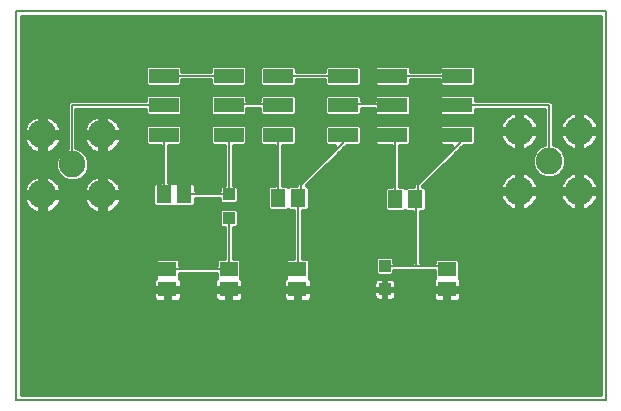
<source format=gtl>
G75*
%MOIN*%
%OFA0B0*%
%FSLAX24Y24*%
%IPPOS*%
%LPD*%
%AMOC8*
5,1,8,0,0,1.08239X$1,22.5*
%
%ADD10C,0.0050*%
%ADD11R,0.0591X0.0512*%
%ADD12R,0.0394X0.0394*%
%ADD13R,0.0512X0.0591*%
%ADD14R,0.0984X0.0472*%
%ADD15C,0.0945*%
%ADD16C,0.0886*%
%ADD17C,0.0160*%
D10*
X001003Y001149D02*
X020688Y001149D01*
X020688Y014141D01*
X001003Y014141D01*
X001003Y001149D01*
X006066Y005526D02*
X006113Y005526D01*
X008063Y005526D01*
X008109Y005526D01*
X008113Y005576D01*
X008113Y007226D01*
X008109Y007231D01*
X008109Y008019D02*
X008113Y008026D01*
X008113Y009976D01*
X008109Y010011D01*
X008109Y010995D02*
X008113Y011026D01*
X009713Y011026D01*
X009755Y010995D01*
X009755Y010011D02*
X009763Y009976D01*
X009763Y007926D01*
X009755Y007900D01*
X010413Y007876D02*
X010424Y007900D01*
X010463Y007926D01*
X010513Y007976D01*
X010513Y008326D01*
X011913Y009726D01*
X011913Y009976D01*
X011920Y010011D01*
X011920Y010995D02*
X011963Y011026D01*
X013663Y011026D01*
X013566Y010995D01*
X013566Y010011D02*
X013663Y009976D01*
X013663Y007876D01*
X013660Y007869D01*
X014330Y007869D02*
X014363Y007876D01*
X014413Y007926D01*
X014413Y008326D01*
X015813Y009726D01*
X015813Y009976D01*
X015731Y010011D01*
X015731Y010995D02*
X018786Y010995D01*
X018786Y009133D01*
X015813Y011976D02*
X015731Y011979D01*
X015813Y011976D02*
X013713Y011976D01*
X013566Y011979D01*
X011920Y011979D02*
X011913Y011976D01*
X009763Y011976D01*
X009755Y011979D01*
X008109Y011979D02*
X008063Y011976D01*
X005963Y011976D01*
X005944Y011979D01*
X005944Y010999D02*
X002869Y010999D01*
X002869Y009023D01*
X002893Y009023D01*
X005944Y010011D02*
X005963Y009976D01*
X005963Y008026D01*
X005948Y008015D01*
X006617Y008015D02*
X006663Y008026D01*
X008063Y008026D01*
X008109Y008019D01*
X010413Y007876D02*
X010413Y005576D01*
X010400Y005526D01*
X013306Y005641D02*
X013313Y005626D01*
X014363Y005626D01*
X014363Y007826D01*
X014330Y007869D01*
X014363Y005626D02*
X015313Y005626D01*
X015363Y005576D01*
X015377Y005526D01*
D11*
X015377Y005526D03*
X015377Y004857D03*
X010400Y004857D03*
X010400Y005526D03*
X008109Y005526D03*
X008109Y004857D03*
X006066Y004857D03*
X006066Y005526D03*
D12*
X008109Y007231D03*
X008109Y008019D03*
X013306Y005641D03*
X013306Y004853D03*
D13*
X013660Y007869D03*
X014330Y007869D03*
X010424Y007900D03*
X009755Y007900D03*
X006617Y008015D03*
X005948Y008015D03*
D14*
X005944Y010011D03*
X005944Y010995D03*
X005944Y011979D03*
X008109Y011979D03*
X008109Y010995D03*
X008109Y010011D03*
X009755Y010011D03*
X009755Y010995D03*
X009755Y011979D03*
X011920Y011979D03*
X011920Y010995D03*
X011920Y010011D03*
X013566Y010011D03*
X013566Y010995D03*
X013566Y011979D03*
X015731Y011979D03*
X015731Y010995D03*
X015731Y010011D03*
D15*
X017786Y010133D03*
X019786Y010133D03*
X019786Y008133D03*
X017786Y008133D03*
X003893Y008023D03*
X001893Y008023D03*
X001893Y010023D03*
X003893Y010023D03*
D16*
X002893Y009023D03*
X018786Y009133D03*
D17*
X019316Y008915D02*
X020483Y008915D01*
X020483Y008757D02*
X019979Y008757D01*
X019996Y008752D02*
X019914Y008774D01*
X019864Y008781D01*
X019864Y008210D01*
X020434Y008210D01*
X020428Y008260D01*
X020405Y008343D01*
X020373Y008422D01*
X020330Y008496D01*
X020278Y008564D01*
X020217Y008624D01*
X020150Y008676D01*
X020075Y008719D01*
X019996Y008752D01*
X019864Y008757D02*
X019709Y008757D01*
X019709Y008781D02*
X019659Y008774D01*
X019576Y008752D01*
X019497Y008719D01*
X019423Y008676D01*
X019355Y008624D01*
X019295Y008564D01*
X019243Y008496D01*
X019200Y008422D01*
X019167Y008343D01*
X019145Y008260D01*
X019138Y008210D01*
X019709Y008210D01*
X019709Y008055D01*
X019864Y008055D01*
X019864Y008210D01*
X019709Y008210D01*
X019709Y008781D01*
X019593Y008757D02*
X019220Y008757D01*
X019272Y008808D02*
X019359Y009019D01*
X019359Y009247D01*
X019272Y009457D01*
X019111Y009618D01*
X018941Y009689D01*
X018941Y011059D01*
X018851Y011150D01*
X016353Y011150D01*
X016353Y011285D01*
X016277Y011361D01*
X015185Y011361D01*
X015109Y011285D01*
X015109Y010705D01*
X015185Y010629D01*
X016277Y010629D01*
X016353Y010705D01*
X016353Y010840D01*
X018631Y010840D01*
X018631Y009689D01*
X018462Y009618D01*
X018301Y009457D01*
X018213Y009247D01*
X018213Y009019D01*
X018301Y008808D01*
X018462Y008647D01*
X018672Y008560D01*
X018900Y008560D01*
X019111Y008647D01*
X019272Y008808D01*
X019329Y008598D02*
X018992Y008598D01*
X019210Y008440D02*
X018363Y008440D01*
X018373Y008422D02*
X018330Y008496D01*
X018278Y008564D01*
X018217Y008624D01*
X018150Y008676D01*
X018075Y008719D01*
X017996Y008752D01*
X017914Y008774D01*
X017864Y008781D01*
X017864Y008210D01*
X018434Y008210D01*
X018428Y008260D01*
X018405Y008343D01*
X018373Y008422D01*
X018422Y008281D02*
X019151Y008281D01*
X019138Y008055D02*
X019145Y008005D01*
X019167Y007923D01*
X019200Y007844D01*
X019243Y007770D01*
X019295Y007702D01*
X019355Y007641D01*
X019423Y007589D01*
X019497Y007546D01*
X019576Y007514D01*
X019659Y007491D01*
X019709Y007485D01*
X019709Y008055D01*
X019138Y008055D01*
X019156Y007964D02*
X018417Y007964D01*
X018428Y008005D02*
X018434Y008055D01*
X017864Y008055D01*
X017864Y008210D01*
X017709Y008210D01*
X017709Y008055D01*
X017864Y008055D01*
X017864Y007485D01*
X017914Y007491D01*
X017996Y007514D01*
X018075Y007546D01*
X018150Y007589D01*
X018217Y007641D01*
X018278Y007702D01*
X018330Y007770D01*
X018373Y007844D01*
X018405Y007923D01*
X018428Y008005D01*
X018351Y007806D02*
X019222Y007806D01*
X019349Y007647D02*
X018223Y007647D01*
X017864Y007647D02*
X017709Y007647D01*
X017709Y007806D02*
X017864Y007806D01*
X017864Y007964D02*
X017709Y007964D01*
X017709Y008055D02*
X017709Y007485D01*
X017659Y007491D01*
X017576Y007514D01*
X017497Y007546D01*
X017423Y007589D01*
X017355Y007641D01*
X017295Y007702D01*
X017243Y007770D01*
X017200Y007844D01*
X017167Y007923D01*
X017145Y008005D01*
X017138Y008055D01*
X017709Y008055D01*
X017709Y008123D02*
X014716Y008123D01*
X014716Y008218D02*
X014639Y008294D01*
X014601Y008294D01*
X015951Y009644D01*
X016277Y009644D01*
X016353Y009721D01*
X016353Y010301D01*
X016277Y010377D01*
X015185Y010377D01*
X015109Y010301D01*
X015109Y009721D01*
X015185Y009644D01*
X015513Y009644D01*
X014349Y008481D01*
X014258Y008390D01*
X014258Y008294D01*
X014020Y008294D01*
X013995Y008269D01*
X013970Y008294D01*
X013818Y008294D01*
X013818Y009644D01*
X014112Y009644D01*
X014188Y009721D01*
X014188Y010301D01*
X014112Y010377D01*
X013020Y010377D01*
X012944Y010301D01*
X012944Y009721D01*
X013020Y009644D01*
X013508Y009644D01*
X013508Y008294D01*
X013351Y008294D01*
X013274Y008218D01*
X013274Y007520D01*
X013351Y007444D01*
X013970Y007444D01*
X013995Y007469D01*
X014020Y007444D01*
X014208Y007444D01*
X014208Y005781D01*
X013633Y005781D01*
X013633Y005891D01*
X013557Y005967D01*
X013055Y005967D01*
X012979Y005891D01*
X012979Y005390D01*
X013055Y005314D01*
X013557Y005314D01*
X013633Y005390D01*
X013633Y005471D01*
X014952Y005471D01*
X014952Y005238D01*
X014938Y005224D01*
X014914Y005183D01*
X014902Y005137D01*
X014902Y004905D01*
X015329Y004905D01*
X015329Y004809D01*
X015425Y004809D01*
X015425Y004905D01*
X015852Y004905D01*
X015852Y005137D01*
X015840Y005183D01*
X015816Y005224D01*
X015802Y005238D01*
X015802Y005836D01*
X015726Y005912D01*
X015028Y005912D01*
X014952Y005836D01*
X014952Y005781D01*
X014518Y005781D01*
X014518Y007444D01*
X014639Y007444D01*
X014716Y007520D01*
X014716Y008218D01*
X014653Y008281D02*
X017151Y008281D01*
X017145Y008260D02*
X017138Y008210D01*
X017709Y008210D01*
X017709Y008781D01*
X017659Y008774D01*
X017576Y008752D01*
X017497Y008719D01*
X017423Y008676D01*
X017355Y008624D01*
X017295Y008564D01*
X017243Y008496D01*
X017200Y008422D01*
X017167Y008343D01*
X017145Y008260D01*
X017210Y008440D02*
X014746Y008440D01*
X014905Y008598D02*
X017329Y008598D01*
X017593Y008757D02*
X015063Y008757D01*
X015222Y008915D02*
X018256Y008915D01*
X018213Y009074D02*
X015380Y009074D01*
X015539Y009232D02*
X018213Y009232D01*
X018273Y009391D02*
X015697Y009391D01*
X015856Y009549D02*
X017492Y009549D01*
X017497Y009546D02*
X017576Y009514D01*
X017659Y009491D01*
X017709Y009485D01*
X017709Y010055D01*
X017864Y010055D01*
X017864Y010210D01*
X018434Y010210D01*
X018428Y010260D01*
X018405Y010343D01*
X018373Y010422D01*
X018330Y010496D01*
X018278Y010564D01*
X018217Y010624D01*
X018150Y010676D01*
X018075Y010719D01*
X017996Y010752D01*
X017914Y010774D01*
X017864Y010781D01*
X017864Y010210D01*
X017709Y010210D01*
X017709Y010055D01*
X017138Y010055D01*
X017145Y010005D01*
X017167Y009923D01*
X017200Y009844D01*
X017243Y009770D01*
X017295Y009702D01*
X017355Y009641D01*
X017423Y009589D01*
X017497Y009546D01*
X017709Y009549D02*
X017864Y009549D01*
X017864Y009485D02*
X017914Y009491D01*
X017996Y009514D01*
X018075Y009546D01*
X018150Y009589D01*
X018217Y009641D01*
X018278Y009702D01*
X018330Y009770D01*
X018373Y009844D01*
X018405Y009923D01*
X018428Y010005D01*
X018434Y010055D01*
X017864Y010055D01*
X017864Y009485D01*
X017864Y009708D02*
X017709Y009708D01*
X017709Y009866D02*
X017864Y009866D01*
X017864Y010025D02*
X017709Y010025D01*
X017709Y010183D02*
X016353Y010183D01*
X016353Y010025D02*
X017142Y010025D01*
X017191Y009866D02*
X016353Y009866D01*
X016340Y009708D02*
X017290Y009708D01*
X017138Y010210D02*
X017709Y010210D01*
X017709Y010781D01*
X017659Y010774D01*
X017576Y010752D01*
X017497Y010719D01*
X017423Y010676D01*
X017355Y010624D01*
X017295Y010564D01*
X017243Y010496D01*
X017200Y010422D01*
X017167Y010343D01*
X017145Y010260D01*
X017138Y010210D01*
X017167Y010342D02*
X016313Y010342D01*
X016307Y010659D02*
X017400Y010659D01*
X017246Y010500D02*
X004338Y010500D01*
X004324Y010514D02*
X004256Y010566D01*
X004182Y010609D01*
X004103Y010642D01*
X004020Y010664D01*
X003970Y010670D01*
X003970Y010100D01*
X003815Y010100D01*
X003815Y009945D01*
X003245Y009945D01*
X003251Y009895D01*
X003273Y009812D01*
X003306Y009733D01*
X003349Y009659D01*
X003401Y009591D01*
X003461Y009531D01*
X003529Y009479D01*
X003603Y009436D01*
X003682Y009403D01*
X003765Y009381D01*
X003815Y009375D01*
X003815Y009945D01*
X003970Y009945D01*
X003970Y009375D01*
X004020Y009381D01*
X004103Y009403D01*
X004182Y009436D01*
X004256Y009479D01*
X004324Y009531D01*
X004384Y009591D01*
X004436Y009659D01*
X004479Y009733D01*
X004512Y009812D01*
X004534Y009895D01*
X004540Y009945D01*
X003970Y009945D01*
X003970Y010100D01*
X004540Y010100D01*
X004534Y010150D01*
X004512Y010233D01*
X004479Y010312D01*
X004436Y010386D01*
X004384Y010454D01*
X004324Y010514D01*
X004462Y010342D02*
X005362Y010342D01*
X005398Y010377D02*
X005322Y010301D01*
X005322Y009721D01*
X005398Y009644D01*
X005808Y009644D01*
X005808Y008440D01*
X005638Y008440D01*
X005562Y008364D01*
X005562Y007666D01*
X005638Y007589D01*
X006257Y007589D01*
X006282Y007614D01*
X006307Y007589D01*
X006927Y007589D01*
X007003Y007666D01*
X007003Y007871D01*
X007782Y007871D01*
X007782Y007768D01*
X007858Y007692D01*
X008360Y007692D01*
X008436Y007768D01*
X008436Y008269D01*
X008360Y008345D01*
X008268Y008345D01*
X008268Y009644D01*
X008655Y009644D01*
X008731Y009721D01*
X008731Y010301D01*
X008655Y010377D01*
X007563Y010377D01*
X007487Y010301D01*
X007487Y009721D01*
X007563Y009644D01*
X007958Y009644D01*
X007958Y008345D01*
X007858Y008345D01*
X007782Y008269D01*
X007782Y008181D01*
X007003Y008181D01*
X007003Y008364D01*
X006927Y008440D01*
X006307Y008440D01*
X006282Y008415D01*
X006257Y008440D01*
X006118Y008440D01*
X006118Y009644D01*
X006490Y009644D01*
X006566Y009721D01*
X006566Y010301D01*
X006490Y010377D01*
X005398Y010377D01*
X005322Y010183D02*
X004525Y010183D01*
X004526Y009866D02*
X005322Y009866D01*
X005322Y010025D02*
X003970Y010025D01*
X003815Y010025D02*
X003024Y010025D01*
X003024Y010183D02*
X003260Y010183D01*
X003251Y010150D02*
X003245Y010100D01*
X003815Y010100D01*
X003815Y010670D01*
X003765Y010664D01*
X003682Y010642D01*
X003603Y010609D01*
X003529Y010566D01*
X003461Y010514D01*
X003401Y010454D01*
X003349Y010386D01*
X003306Y010312D01*
X003273Y010233D01*
X003251Y010150D01*
X003323Y010342D02*
X003024Y010342D01*
X003024Y010500D02*
X003447Y010500D01*
X003745Y010659D02*
X003024Y010659D01*
X003024Y010817D02*
X005322Y010817D01*
X005322Y010844D02*
X005322Y010705D01*
X005398Y010629D01*
X006490Y010629D01*
X006566Y010705D01*
X006566Y011285D01*
X006490Y011361D01*
X005398Y011361D01*
X005322Y011285D01*
X005322Y011154D01*
X002805Y011154D01*
X002714Y011063D01*
X002714Y009569D01*
X002568Y009508D01*
X002407Y009347D01*
X002320Y009136D01*
X002320Y008909D01*
X002407Y008698D01*
X002568Y008537D01*
X002779Y008450D01*
X003007Y008450D01*
X003217Y008537D01*
X003378Y008698D01*
X003466Y008909D01*
X003466Y009136D01*
X003378Y009347D01*
X003217Y009508D01*
X003024Y009588D01*
X003024Y010844D01*
X005322Y010844D01*
X005368Y010659D02*
X004040Y010659D01*
X003970Y010659D02*
X003815Y010659D01*
X003815Y010500D02*
X003970Y010500D01*
X003970Y010342D02*
X003815Y010342D01*
X003815Y010183D02*
X003970Y010183D01*
X003970Y009866D02*
X003815Y009866D01*
X003815Y009708D02*
X003970Y009708D01*
X003970Y009549D02*
X003815Y009549D01*
X003815Y009391D02*
X003970Y009391D01*
X004055Y009391D02*
X005808Y009391D01*
X005808Y009549D02*
X004342Y009549D01*
X004464Y009708D02*
X005335Y009708D01*
X005808Y009232D02*
X003426Y009232D01*
X003466Y009074D02*
X005808Y009074D01*
X005808Y008915D02*
X003466Y008915D01*
X003403Y008757D02*
X005808Y008757D01*
X005808Y008598D02*
X004201Y008598D01*
X004182Y008609D02*
X004103Y008642D01*
X004020Y008664D01*
X003970Y008670D01*
X003970Y008100D01*
X003815Y008100D01*
X003815Y007945D01*
X003245Y007945D01*
X003251Y007895D01*
X003273Y007812D01*
X003306Y007733D01*
X003349Y007659D01*
X003401Y007591D01*
X003461Y007531D01*
X003529Y007479D01*
X003603Y007436D01*
X003682Y007403D01*
X003765Y007381D01*
X003815Y007375D01*
X003815Y007945D01*
X003970Y007945D01*
X003970Y007375D01*
X004020Y007381D01*
X004103Y007403D01*
X004182Y007436D01*
X004256Y007479D01*
X004324Y007531D01*
X004384Y007591D01*
X004436Y007659D01*
X004479Y007733D01*
X004512Y007812D01*
X004534Y007895D01*
X004540Y007945D01*
X003970Y007945D01*
X003970Y008100D01*
X004540Y008100D01*
X004534Y008150D01*
X004512Y008233D01*
X004479Y008312D01*
X004436Y008386D01*
X004384Y008454D01*
X004324Y008514D01*
X004256Y008566D01*
X004182Y008609D01*
X003970Y008598D02*
X003815Y008598D01*
X003815Y008670D02*
X003765Y008664D01*
X003682Y008642D01*
X003603Y008609D01*
X003529Y008566D01*
X003461Y008514D01*
X003401Y008454D01*
X003349Y008386D01*
X003306Y008312D01*
X003273Y008233D01*
X003251Y008150D01*
X003245Y008100D01*
X003815Y008100D01*
X003815Y008670D01*
X003815Y008440D02*
X003970Y008440D01*
X003970Y008281D02*
X003815Y008281D01*
X003815Y008123D02*
X003970Y008123D01*
X003970Y007964D02*
X005562Y007964D01*
X005562Y007806D02*
X004509Y007806D01*
X004427Y007647D02*
X005580Y007647D01*
X005562Y008123D02*
X004538Y008123D01*
X004492Y008281D02*
X005562Y008281D01*
X005638Y008440D02*
X004395Y008440D01*
X003815Y007964D02*
X001970Y007964D01*
X001970Y007945D02*
X001970Y008100D01*
X001815Y008100D01*
X001815Y007945D01*
X001245Y007945D01*
X001251Y007895D01*
X001273Y007812D01*
X001306Y007733D01*
X001349Y007659D01*
X001401Y007591D01*
X001461Y007531D01*
X001529Y007479D01*
X001603Y007436D01*
X001682Y007403D01*
X001765Y007381D01*
X001815Y007375D01*
X001815Y007945D01*
X001970Y007945D01*
X001970Y007375D01*
X002020Y007381D01*
X002103Y007403D01*
X002182Y007436D01*
X002256Y007479D01*
X002324Y007531D01*
X002384Y007591D01*
X002436Y007659D01*
X002479Y007733D01*
X002512Y007812D01*
X002534Y007895D01*
X002540Y007945D01*
X001970Y007945D01*
X001970Y007806D02*
X001815Y007806D01*
X001815Y007964D02*
X001208Y007964D01*
X001245Y008100D02*
X001815Y008100D01*
X001815Y008670D01*
X001765Y008664D01*
X001682Y008642D01*
X001603Y008609D01*
X001529Y008566D01*
X001461Y008514D01*
X001401Y008454D01*
X001349Y008386D01*
X001306Y008312D01*
X001273Y008233D01*
X001251Y008150D01*
X001245Y008100D01*
X001248Y008123D02*
X001208Y008123D01*
X001208Y008281D02*
X001293Y008281D01*
X001208Y008440D02*
X001390Y008440D01*
X001208Y008598D02*
X001585Y008598D01*
X001815Y008598D02*
X001970Y008598D01*
X001970Y008670D02*
X002020Y008664D01*
X002103Y008642D01*
X002182Y008609D01*
X002256Y008566D01*
X002324Y008514D01*
X002384Y008454D01*
X002436Y008386D01*
X002479Y008312D01*
X002512Y008233D01*
X002534Y008150D01*
X002540Y008100D01*
X001970Y008100D01*
X001970Y008670D01*
X001970Y008440D02*
X001815Y008440D01*
X001815Y008281D02*
X001970Y008281D01*
X001970Y008123D02*
X001815Y008123D01*
X002395Y008440D02*
X003390Y008440D01*
X003293Y008281D02*
X002492Y008281D01*
X002538Y008123D02*
X003248Y008123D01*
X003276Y007806D02*
X002509Y007806D01*
X002427Y007647D02*
X003358Y007647D01*
X003517Y007489D02*
X002268Y007489D01*
X001970Y007489D02*
X001815Y007489D01*
X001815Y007647D02*
X001970Y007647D01*
X001517Y007489D02*
X001208Y007489D01*
X001208Y007330D02*
X007782Y007330D01*
X007782Y007482D02*
X007782Y006980D01*
X007858Y006904D01*
X007958Y006904D01*
X007958Y005912D01*
X007760Y005912D01*
X007684Y005836D01*
X007684Y005681D01*
X006491Y005681D01*
X006491Y005836D01*
X006415Y005912D01*
X005717Y005912D01*
X005641Y005836D01*
X005641Y005238D01*
X005627Y005224D01*
X005603Y005183D01*
X005591Y005137D01*
X005591Y004905D01*
X006018Y004905D01*
X006018Y004809D01*
X006114Y004809D01*
X006114Y004905D01*
X006541Y004905D01*
X006541Y005137D01*
X006529Y005183D01*
X006505Y005224D01*
X006491Y005238D01*
X006491Y005371D01*
X007684Y005371D01*
X007684Y005238D01*
X007670Y005224D01*
X007646Y005183D01*
X007634Y005137D01*
X007634Y004905D01*
X008061Y004905D01*
X008061Y004809D01*
X008157Y004809D01*
X008157Y004421D01*
X008428Y004421D01*
X008474Y004434D01*
X008515Y004457D01*
X008548Y004491D01*
X008572Y004532D01*
X008584Y004578D01*
X008584Y004809D01*
X008157Y004809D01*
X008157Y004905D01*
X008584Y004905D01*
X008584Y005137D01*
X008572Y005183D01*
X008548Y005224D01*
X008534Y005238D01*
X008534Y005836D01*
X008458Y005912D01*
X008268Y005912D01*
X008268Y006904D01*
X008360Y006904D01*
X008436Y006980D01*
X008436Y007482D01*
X008360Y007558D01*
X007858Y007558D01*
X007782Y007482D01*
X007789Y007489D02*
X004268Y007489D01*
X003970Y007489D02*
X003815Y007489D01*
X003815Y007647D02*
X003970Y007647D01*
X003970Y007806D02*
X003815Y007806D01*
X003585Y008598D02*
X003278Y008598D01*
X002507Y008598D02*
X002201Y008598D01*
X002383Y008757D02*
X001208Y008757D01*
X001208Y008915D02*
X002320Y008915D01*
X002320Y009074D02*
X001208Y009074D01*
X001208Y009232D02*
X002359Y009232D01*
X002450Y009391D02*
X002055Y009391D01*
X002020Y009381D02*
X002103Y009403D01*
X002182Y009436D01*
X002256Y009479D01*
X002324Y009531D01*
X002384Y009591D01*
X002436Y009659D01*
X002479Y009733D01*
X002512Y009812D01*
X002534Y009895D01*
X002540Y009945D01*
X001970Y009945D01*
X001970Y009375D01*
X002020Y009381D01*
X001970Y009391D02*
X001815Y009391D01*
X001815Y009375D02*
X001815Y009945D01*
X001245Y009945D01*
X001251Y009895D01*
X001273Y009812D01*
X001306Y009733D01*
X001349Y009659D01*
X001401Y009591D01*
X001461Y009531D01*
X001529Y009479D01*
X001603Y009436D01*
X001682Y009403D01*
X001765Y009381D01*
X001815Y009375D01*
X001730Y009391D02*
X001208Y009391D01*
X001208Y009549D02*
X001443Y009549D01*
X001321Y009708D02*
X001208Y009708D01*
X001208Y009866D02*
X001259Y009866D01*
X001208Y010025D02*
X001815Y010025D01*
X001815Y010100D02*
X001815Y009945D01*
X001970Y009945D01*
X001970Y010100D01*
X001815Y010100D01*
X001245Y010100D01*
X001251Y010150D01*
X001273Y010233D01*
X001306Y010312D01*
X001349Y010386D01*
X001401Y010454D01*
X001461Y010514D01*
X001529Y010566D01*
X001603Y010609D01*
X001682Y010642D01*
X001765Y010664D01*
X001815Y010670D01*
X001815Y010100D01*
X001815Y010183D02*
X001970Y010183D01*
X001970Y010100D02*
X001970Y010670D01*
X002020Y010664D01*
X002103Y010642D01*
X002182Y010609D01*
X002256Y010566D01*
X002324Y010514D01*
X002384Y010454D01*
X002436Y010386D01*
X002479Y010312D01*
X002512Y010233D01*
X002534Y010150D01*
X002540Y010100D01*
X001970Y010100D01*
X001970Y010025D02*
X002714Y010025D01*
X002714Y010183D02*
X002525Y010183D01*
X002462Y010342D02*
X002714Y010342D01*
X002714Y010500D02*
X002338Y010500D01*
X002040Y010659D02*
X002714Y010659D01*
X002714Y010817D02*
X001208Y010817D01*
X001208Y010659D02*
X001745Y010659D01*
X001815Y010659D02*
X001970Y010659D01*
X001970Y010500D02*
X001815Y010500D01*
X001815Y010342D02*
X001970Y010342D01*
X001447Y010500D02*
X001208Y010500D01*
X001208Y010342D02*
X001323Y010342D01*
X001260Y010183D02*
X001208Y010183D01*
X001815Y009866D02*
X001970Y009866D01*
X001970Y009708D02*
X001815Y009708D01*
X001815Y009549D02*
X001970Y009549D01*
X002342Y009549D02*
X002667Y009549D01*
X002714Y009708D02*
X002464Y009708D01*
X002526Y009866D02*
X002714Y009866D01*
X003024Y009866D02*
X003259Y009866D01*
X003321Y009708D02*
X003024Y009708D01*
X003119Y009549D02*
X003443Y009549D01*
X003335Y009391D02*
X003730Y009391D01*
X002714Y010976D02*
X001208Y010976D01*
X001208Y011134D02*
X002785Y011134D01*
X001208Y011293D02*
X005329Y011293D01*
X005398Y011613D02*
X006490Y011613D01*
X006566Y011689D01*
X006566Y011821D01*
X007487Y011821D01*
X007487Y011689D01*
X007563Y011613D01*
X008655Y011613D01*
X008731Y011689D01*
X008731Y012269D01*
X008655Y012345D01*
X007563Y012345D01*
X007487Y012269D01*
X007487Y012131D01*
X006566Y012131D01*
X006566Y012269D01*
X006490Y012345D01*
X005398Y012345D01*
X005322Y012269D01*
X005322Y011689D01*
X005398Y011613D01*
X005322Y011768D02*
X001208Y011768D01*
X001208Y011610D02*
X020483Y011610D01*
X020483Y011768D02*
X016353Y011768D01*
X016353Y011689D02*
X016353Y012269D01*
X016277Y012345D01*
X015185Y012345D01*
X015109Y012269D01*
X015109Y012131D01*
X014188Y012131D01*
X014188Y012269D01*
X014112Y012345D01*
X013020Y012345D01*
X012944Y012269D01*
X012944Y011689D01*
X013020Y011613D01*
X014112Y011613D01*
X014188Y011689D01*
X014188Y011821D01*
X015109Y011821D01*
X015109Y011689D01*
X015185Y011613D01*
X016277Y011613D01*
X016353Y011689D01*
X016353Y011927D02*
X020483Y011927D01*
X020483Y012085D02*
X016353Y012085D01*
X016353Y012244D02*
X020483Y012244D01*
X020483Y012402D02*
X001208Y012402D01*
X001208Y012244D02*
X005322Y012244D01*
X005322Y012085D02*
X001208Y012085D01*
X001208Y011927D02*
X005322Y011927D01*
X005944Y010999D02*
X005944Y010995D01*
X006566Y010976D02*
X007487Y010976D01*
X007487Y011134D02*
X006566Y011134D01*
X006558Y011293D02*
X007494Y011293D01*
X007487Y011285D02*
X007487Y010705D01*
X007563Y010629D01*
X008655Y010629D01*
X008731Y010705D01*
X008731Y010871D01*
X009133Y010871D01*
X009133Y010705D01*
X009209Y010629D01*
X010301Y010629D01*
X010377Y010705D01*
X010377Y011285D01*
X010301Y011361D01*
X009209Y011361D01*
X009133Y011285D01*
X009133Y011181D01*
X008731Y011181D01*
X008731Y011285D01*
X008655Y011361D01*
X007563Y011361D01*
X007487Y011285D01*
X007487Y010817D02*
X006566Y010817D01*
X006520Y010659D02*
X007533Y010659D01*
X007528Y010342D02*
X006525Y010342D01*
X006566Y010183D02*
X007487Y010183D01*
X007487Y010025D02*
X006566Y010025D01*
X006566Y009866D02*
X007487Y009866D01*
X007500Y009708D02*
X006553Y009708D01*
X006118Y009549D02*
X007958Y009549D01*
X007958Y009391D02*
X006118Y009391D01*
X006118Y009232D02*
X007958Y009232D01*
X007958Y009074D02*
X006118Y009074D01*
X006118Y008915D02*
X007958Y008915D01*
X007958Y008757D02*
X006118Y008757D01*
X006118Y008598D02*
X007958Y008598D01*
X007958Y008440D02*
X006927Y008440D01*
X007003Y008281D02*
X007794Y008281D01*
X007782Y007806D02*
X007003Y007806D01*
X006984Y007647D02*
X009369Y007647D01*
X009369Y007551D02*
X009445Y007475D01*
X010065Y007475D01*
X010089Y007500D01*
X010114Y007475D01*
X010258Y007475D01*
X010258Y005912D01*
X010051Y005912D01*
X009975Y005836D01*
X009975Y005238D01*
X009961Y005224D01*
X009937Y005183D01*
X009925Y005137D01*
X009925Y004905D01*
X010353Y004905D01*
X010353Y004809D01*
X010448Y004809D01*
X010448Y004421D01*
X010719Y004421D01*
X010765Y004434D01*
X010806Y004457D01*
X010840Y004491D01*
X010863Y004532D01*
X010876Y004578D01*
X010876Y004809D01*
X010448Y004809D01*
X010448Y004905D01*
X010876Y004905D01*
X010876Y005137D01*
X010863Y005183D01*
X010840Y005224D01*
X010826Y005238D01*
X010826Y005836D01*
X010750Y005912D01*
X010568Y005912D01*
X010568Y007475D01*
X010734Y007475D01*
X010810Y007551D01*
X010810Y008250D01*
X010734Y008326D01*
X010732Y008326D01*
X012051Y009644D01*
X012466Y009644D01*
X012542Y009721D01*
X012542Y010301D01*
X012466Y010377D01*
X011374Y010377D01*
X011298Y010301D01*
X011298Y009721D01*
X011374Y009644D01*
X011613Y009644D01*
X010449Y008481D01*
X010358Y008390D01*
X010358Y008326D01*
X010114Y008326D01*
X010089Y008301D01*
X010065Y008326D01*
X009918Y008326D01*
X009918Y009644D01*
X010301Y009644D01*
X010377Y009721D01*
X010377Y010301D01*
X010301Y010377D01*
X009209Y010377D01*
X009133Y010301D01*
X009133Y009721D01*
X009209Y009644D01*
X009608Y009644D01*
X009608Y008326D01*
X009445Y008326D01*
X009369Y008250D01*
X009369Y007551D01*
X009432Y007489D02*
X008429Y007489D01*
X008436Y007330D02*
X010258Y007330D01*
X010258Y007172D02*
X008436Y007172D01*
X008436Y007013D02*
X010258Y007013D01*
X010258Y006855D02*
X008268Y006855D01*
X008268Y006696D02*
X010258Y006696D01*
X010258Y006538D02*
X008268Y006538D01*
X008268Y006379D02*
X010258Y006379D01*
X010258Y006221D02*
X008268Y006221D01*
X008268Y006062D02*
X010258Y006062D01*
X010042Y005904D02*
X008467Y005904D01*
X008534Y005745D02*
X009975Y005745D01*
X009975Y005587D02*
X008534Y005587D01*
X008534Y005428D02*
X009975Y005428D01*
X009975Y005270D02*
X008534Y005270D01*
X008584Y005111D02*
X009925Y005111D01*
X009925Y004953D02*
X008584Y004953D01*
X008584Y004794D02*
X009925Y004794D01*
X009925Y004809D02*
X009925Y004578D01*
X009937Y004532D01*
X009961Y004491D01*
X009995Y004457D01*
X010036Y004434D01*
X010081Y004421D01*
X010353Y004421D01*
X010353Y004809D01*
X009925Y004809D01*
X009925Y004636D02*
X008584Y004636D01*
X008535Y004477D02*
X009975Y004477D01*
X010353Y004477D02*
X010448Y004477D01*
X010448Y004636D02*
X010353Y004636D01*
X010353Y004794D02*
X010448Y004794D01*
X010876Y004794D02*
X012929Y004794D01*
X012929Y004835D02*
X012929Y004633D01*
X012941Y004587D01*
X012965Y004546D01*
X012999Y004512D01*
X013040Y004489D01*
X013085Y004476D01*
X013288Y004476D01*
X013288Y004835D01*
X013324Y004835D01*
X013324Y004476D01*
X013527Y004476D01*
X013572Y004489D01*
X013613Y004512D01*
X013647Y004546D01*
X013671Y004587D01*
X013683Y004633D01*
X013683Y004835D01*
X013324Y004835D01*
X013324Y004872D01*
X013288Y004872D01*
X013288Y005230D01*
X013085Y005230D01*
X013040Y005218D01*
X012999Y005194D01*
X012965Y005161D01*
X012941Y005120D01*
X012929Y005074D01*
X012929Y004872D01*
X013288Y004872D01*
X013288Y004835D01*
X012929Y004835D01*
X012929Y004953D02*
X010876Y004953D01*
X010876Y005111D02*
X012939Y005111D01*
X012979Y005428D02*
X010826Y005428D01*
X010826Y005270D02*
X014952Y005270D01*
X014952Y005428D02*
X013633Y005428D01*
X013572Y005218D02*
X013527Y005230D01*
X013324Y005230D01*
X013324Y004872D01*
X013683Y004872D01*
X013683Y005074D01*
X013671Y005120D01*
X013647Y005161D01*
X013613Y005194D01*
X013572Y005218D01*
X013673Y005111D02*
X014902Y005111D01*
X014902Y004953D02*
X013683Y004953D01*
X013683Y004794D02*
X014902Y004794D01*
X014902Y004809D02*
X014902Y004578D01*
X014914Y004532D01*
X014938Y004491D01*
X014971Y004457D01*
X015012Y004434D01*
X015058Y004421D01*
X015329Y004421D01*
X015329Y004809D01*
X014902Y004809D01*
X014902Y004636D02*
X013683Y004636D01*
X013529Y004477D02*
X014951Y004477D01*
X015329Y004477D02*
X015425Y004477D01*
X015425Y004421D02*
X015696Y004421D01*
X015742Y004434D01*
X015783Y004457D01*
X015816Y004491D01*
X015840Y004532D01*
X015852Y004578D01*
X015852Y004809D01*
X015425Y004809D01*
X015425Y004421D01*
X015802Y004477D02*
X020483Y004477D01*
X020483Y004319D02*
X001208Y004319D01*
X001208Y004477D02*
X005640Y004477D01*
X005627Y004491D02*
X005660Y004457D01*
X005701Y004434D01*
X005747Y004421D01*
X006018Y004421D01*
X006018Y004809D01*
X005591Y004809D01*
X005591Y004578D01*
X005603Y004532D01*
X005627Y004491D01*
X005591Y004636D02*
X001208Y004636D01*
X001208Y004794D02*
X005591Y004794D01*
X005591Y004953D02*
X001208Y004953D01*
X001208Y005111D02*
X005591Y005111D01*
X005641Y005270D02*
X001208Y005270D01*
X001208Y005428D02*
X005641Y005428D01*
X005641Y005587D02*
X001208Y005587D01*
X001208Y005745D02*
X005641Y005745D01*
X005708Y005904D02*
X001208Y005904D01*
X001208Y006062D02*
X007958Y006062D01*
X007958Y006221D02*
X001208Y006221D01*
X001208Y006379D02*
X007958Y006379D01*
X007958Y006538D02*
X001208Y006538D01*
X001208Y006696D02*
X007958Y006696D01*
X007958Y006855D02*
X001208Y006855D01*
X001208Y007013D02*
X007782Y007013D01*
X007782Y007172D02*
X001208Y007172D01*
X001208Y007647D02*
X001358Y007647D01*
X001276Y007806D02*
X001208Y007806D01*
X006018Y004794D02*
X006114Y004794D01*
X006114Y004809D02*
X006114Y004421D01*
X006385Y004421D01*
X006431Y004434D01*
X006472Y004457D01*
X006505Y004491D01*
X006529Y004532D01*
X006541Y004578D01*
X006541Y004809D01*
X006114Y004809D01*
X006114Y004636D02*
X006018Y004636D01*
X006018Y004477D02*
X006114Y004477D01*
X006491Y004477D02*
X007684Y004477D01*
X007670Y004491D02*
X007703Y004457D01*
X007744Y004434D01*
X007790Y004421D01*
X008061Y004421D01*
X008061Y004809D01*
X007634Y004809D01*
X007634Y004578D01*
X007646Y004532D01*
X007670Y004491D01*
X007634Y004636D02*
X006541Y004636D01*
X006541Y004794D02*
X007634Y004794D01*
X007634Y004953D02*
X006541Y004953D01*
X006541Y005111D02*
X007634Y005111D01*
X007684Y005270D02*
X006491Y005270D01*
X006491Y005745D02*
X007684Y005745D01*
X007751Y005904D02*
X006424Y005904D01*
X008061Y004794D02*
X008157Y004794D01*
X008157Y004636D02*
X008061Y004636D01*
X008061Y004477D02*
X008157Y004477D01*
X010568Y006062D02*
X014208Y006062D01*
X014208Y005904D02*
X013621Y005904D01*
X014208Y006221D02*
X010568Y006221D01*
X010568Y006379D02*
X014208Y006379D01*
X014208Y006538D02*
X010568Y006538D01*
X010568Y006696D02*
X014208Y006696D01*
X014208Y006855D02*
X010568Y006855D01*
X010568Y007013D02*
X014208Y007013D01*
X014208Y007172D02*
X010568Y007172D01*
X010568Y007330D02*
X014208Y007330D01*
X014518Y007330D02*
X020483Y007330D01*
X020483Y007172D02*
X014518Y007172D01*
X014518Y007013D02*
X020483Y007013D01*
X020483Y006855D02*
X014518Y006855D01*
X014518Y006696D02*
X020483Y006696D01*
X020483Y006538D02*
X014518Y006538D01*
X014518Y006379D02*
X020483Y006379D01*
X020483Y006221D02*
X014518Y006221D01*
X014518Y006062D02*
X020483Y006062D01*
X020483Y005904D02*
X015735Y005904D01*
X015802Y005745D02*
X020483Y005745D01*
X020483Y005587D02*
X015802Y005587D01*
X015802Y005428D02*
X020483Y005428D01*
X020483Y005270D02*
X015802Y005270D01*
X015852Y005111D02*
X020483Y005111D01*
X020483Y004953D02*
X015852Y004953D01*
X015852Y004794D02*
X020483Y004794D01*
X020483Y004636D02*
X015852Y004636D01*
X015425Y004636D02*
X015329Y004636D01*
X015329Y004794D02*
X015425Y004794D01*
X015019Y005904D02*
X014518Y005904D01*
X013324Y005111D02*
X013288Y005111D01*
X013288Y004953D02*
X013324Y004953D01*
X013324Y004794D02*
X013288Y004794D01*
X013288Y004636D02*
X013324Y004636D01*
X013324Y004477D02*
X013288Y004477D01*
X013083Y004477D02*
X010826Y004477D01*
X010876Y004636D02*
X012929Y004636D01*
X012979Y005587D02*
X010826Y005587D01*
X010826Y005745D02*
X012979Y005745D01*
X012991Y005904D02*
X010758Y005904D01*
X010747Y007489D02*
X013306Y007489D01*
X013274Y007647D02*
X010810Y007647D01*
X010810Y007806D02*
X013274Y007806D01*
X013274Y007964D02*
X010810Y007964D01*
X010810Y008123D02*
X013274Y008123D01*
X013337Y008281D02*
X010779Y008281D01*
X010846Y008440D02*
X013508Y008440D01*
X013508Y008598D02*
X011005Y008598D01*
X011163Y008757D02*
X013508Y008757D01*
X013508Y008915D02*
X011322Y008915D01*
X011480Y009074D02*
X013508Y009074D01*
X013508Y009232D02*
X011639Y009232D01*
X011797Y009391D02*
X013508Y009391D01*
X013508Y009549D02*
X011956Y009549D01*
X011517Y009549D02*
X009918Y009549D01*
X009918Y009391D02*
X011359Y009391D01*
X011200Y009232D02*
X009918Y009232D01*
X009918Y009074D02*
X011042Y009074D01*
X010883Y008915D02*
X009918Y008915D01*
X009918Y008757D02*
X010725Y008757D01*
X010566Y008598D02*
X009918Y008598D01*
X009918Y008440D02*
X010408Y008440D01*
X009608Y008440D02*
X008268Y008440D01*
X008268Y008598D02*
X009608Y008598D01*
X009608Y008757D02*
X008268Y008757D01*
X008268Y008915D02*
X009608Y008915D01*
X009608Y009074D02*
X008268Y009074D01*
X008268Y009232D02*
X009608Y009232D01*
X009608Y009391D02*
X008268Y009391D01*
X008268Y009549D02*
X009608Y009549D01*
X009146Y009708D02*
X008718Y009708D01*
X008731Y009866D02*
X009133Y009866D01*
X009133Y010025D02*
X008731Y010025D01*
X008731Y010183D02*
X009133Y010183D01*
X009173Y010342D02*
X008691Y010342D01*
X008685Y010659D02*
X009179Y010659D01*
X009133Y010817D02*
X008731Y010817D01*
X008724Y011293D02*
X009140Y011293D01*
X009209Y011613D02*
X009133Y011689D01*
X009133Y012269D01*
X009209Y012345D01*
X010301Y012345D01*
X010377Y012269D01*
X010377Y012131D01*
X011298Y012131D01*
X011298Y012269D01*
X011374Y012345D01*
X012466Y012345D01*
X012542Y012269D01*
X012542Y011689D01*
X012466Y011613D01*
X011374Y011613D01*
X011298Y011689D01*
X011298Y011821D01*
X010377Y011821D01*
X010377Y011689D01*
X010301Y011613D01*
X009209Y011613D01*
X009133Y011768D02*
X008731Y011768D01*
X008731Y011927D02*
X009133Y011927D01*
X009133Y012085D02*
X008731Y012085D01*
X008731Y012244D02*
X009133Y012244D01*
X010377Y012244D02*
X011298Y012244D01*
X011298Y011768D02*
X010377Y011768D01*
X010369Y011293D02*
X011306Y011293D01*
X011298Y011285D02*
X011298Y010705D01*
X011374Y010629D01*
X012466Y010629D01*
X012542Y010705D01*
X012542Y010871D01*
X012944Y010871D01*
X012944Y010705D01*
X013020Y010629D01*
X014112Y010629D01*
X014188Y010705D01*
X014188Y011285D01*
X014112Y011361D01*
X013020Y011361D01*
X012944Y011285D01*
X012944Y011181D01*
X012542Y011181D01*
X012542Y011285D01*
X012466Y011361D01*
X011374Y011361D01*
X011298Y011285D01*
X011298Y011134D02*
X010377Y011134D01*
X010377Y010976D02*
X011298Y010976D01*
X011298Y010817D02*
X010377Y010817D01*
X010331Y010659D02*
X011344Y010659D01*
X011339Y010342D02*
X010336Y010342D01*
X010377Y010183D02*
X011298Y010183D01*
X011298Y010025D02*
X010377Y010025D01*
X010377Y009866D02*
X011298Y009866D01*
X011311Y009708D02*
X010364Y009708D01*
X009400Y008281D02*
X008424Y008281D01*
X008436Y008123D02*
X009369Y008123D01*
X009369Y007964D02*
X008436Y007964D01*
X008436Y007806D02*
X009369Y007806D01*
X010078Y007489D02*
X010101Y007489D01*
X012529Y009708D02*
X012957Y009708D01*
X012944Y009866D02*
X012542Y009866D01*
X012542Y010025D02*
X012944Y010025D01*
X012944Y010183D02*
X012542Y010183D01*
X012502Y010342D02*
X012984Y010342D01*
X012990Y010659D02*
X012496Y010659D01*
X012542Y010817D02*
X012944Y010817D01*
X012951Y011293D02*
X012535Y011293D01*
X012542Y011768D02*
X012944Y011768D01*
X012944Y011927D02*
X012542Y011927D01*
X012542Y012085D02*
X012944Y012085D01*
X012944Y012244D02*
X012542Y012244D01*
X014188Y012244D02*
X015109Y012244D01*
X015109Y011768D02*
X014188Y011768D01*
X014180Y011293D02*
X015117Y011293D01*
X015109Y011134D02*
X014188Y011134D01*
X014188Y010976D02*
X015109Y010976D01*
X015109Y010817D02*
X014188Y010817D01*
X014142Y010659D02*
X015155Y010659D01*
X015150Y010342D02*
X014147Y010342D01*
X014188Y010183D02*
X015109Y010183D01*
X015109Y010025D02*
X014188Y010025D01*
X014188Y009866D02*
X015109Y009866D01*
X015122Y009708D02*
X014175Y009708D01*
X013818Y009549D02*
X015417Y009549D01*
X015259Y009391D02*
X013818Y009391D01*
X013818Y009232D02*
X015100Y009232D01*
X014942Y009074D02*
X013818Y009074D01*
X013818Y008915D02*
X014783Y008915D01*
X014625Y008757D02*
X013818Y008757D01*
X013818Y008598D02*
X014466Y008598D01*
X014308Y008440D02*
X013818Y008440D01*
X013983Y008281D02*
X014007Y008281D01*
X014716Y007964D02*
X017156Y007964D01*
X017222Y007806D02*
X014716Y007806D01*
X014716Y007647D02*
X017349Y007647D01*
X017681Y007489D02*
X014684Y007489D01*
X017709Y007489D02*
X017864Y007489D01*
X017891Y007489D02*
X019681Y007489D01*
X019709Y007489D02*
X019864Y007489D01*
X019864Y007485D02*
X019914Y007491D01*
X019996Y007514D01*
X020075Y007546D01*
X020150Y007589D01*
X020217Y007641D01*
X020278Y007702D01*
X020330Y007770D01*
X020373Y007844D01*
X020405Y007923D01*
X020428Y008005D01*
X020434Y008055D01*
X019864Y008055D01*
X019864Y007485D01*
X019891Y007489D02*
X020483Y007489D01*
X020483Y007647D02*
X020223Y007647D01*
X020351Y007806D02*
X020483Y007806D01*
X020483Y007964D02*
X020417Y007964D01*
X020483Y008123D02*
X019864Y008123D01*
X019709Y008123D02*
X017864Y008123D01*
X017864Y008281D02*
X017709Y008281D01*
X017709Y008440D02*
X017864Y008440D01*
X017864Y008598D02*
X017709Y008598D01*
X017709Y008757D02*
X017864Y008757D01*
X017979Y008757D02*
X018352Y008757D01*
X018244Y008598D02*
X018580Y008598D01*
X019359Y009074D02*
X020483Y009074D01*
X020483Y009232D02*
X019359Y009232D01*
X019300Y009391D02*
X020483Y009391D01*
X020483Y009549D02*
X020080Y009549D01*
X020075Y009546D02*
X020150Y009589D01*
X020217Y009641D01*
X020278Y009702D01*
X020330Y009770D01*
X020373Y009844D01*
X020405Y009923D01*
X020428Y010005D01*
X020434Y010055D01*
X019864Y010055D01*
X019864Y010210D01*
X020434Y010210D01*
X020428Y010260D01*
X020405Y010343D01*
X020373Y010422D01*
X020330Y010496D01*
X020278Y010564D01*
X020217Y010624D01*
X020150Y010676D01*
X020075Y010719D01*
X019996Y010752D01*
X019914Y010774D01*
X019864Y010781D01*
X019864Y010210D01*
X019709Y010210D01*
X019709Y010055D01*
X019864Y010055D01*
X019864Y009485D01*
X019914Y009491D01*
X019996Y009514D01*
X020075Y009546D01*
X019864Y009549D02*
X019709Y009549D01*
X019709Y009485D02*
X019709Y010055D01*
X019138Y010055D01*
X019145Y010005D01*
X019167Y009923D01*
X019200Y009844D01*
X019243Y009770D01*
X019295Y009702D01*
X019355Y009641D01*
X019423Y009589D01*
X019497Y009546D01*
X019576Y009514D01*
X019659Y009491D01*
X019709Y009485D01*
X019709Y009708D02*
X019864Y009708D01*
X019864Y009866D02*
X019709Y009866D01*
X019709Y010025D02*
X019864Y010025D01*
X019864Y010183D02*
X020483Y010183D01*
X020483Y010025D02*
X020430Y010025D01*
X020382Y009866D02*
X020483Y009866D01*
X020483Y009708D02*
X020282Y009708D01*
X019709Y010183D02*
X018941Y010183D01*
X018941Y010025D02*
X019142Y010025D01*
X019191Y009866D02*
X018941Y009866D01*
X018941Y009708D02*
X019290Y009708D01*
X019180Y009549D02*
X019492Y009549D01*
X019709Y010210D02*
X019138Y010210D01*
X019145Y010260D01*
X019167Y010343D01*
X019200Y010422D01*
X019243Y010496D01*
X019295Y010564D01*
X019355Y010624D01*
X019423Y010676D01*
X019497Y010719D01*
X019576Y010752D01*
X019659Y010774D01*
X019709Y010781D01*
X019709Y010210D01*
X019709Y010342D02*
X019864Y010342D01*
X019864Y010500D02*
X019709Y010500D01*
X019709Y010659D02*
X019864Y010659D01*
X020173Y010659D02*
X020483Y010659D01*
X020483Y010817D02*
X018941Y010817D01*
X018941Y010659D02*
X019400Y010659D01*
X019246Y010500D02*
X018941Y010500D01*
X018941Y010342D02*
X019167Y010342D01*
X018631Y010342D02*
X018406Y010342D01*
X018327Y010500D02*
X018631Y010500D01*
X018631Y010659D02*
X018173Y010659D01*
X017864Y010659D02*
X017709Y010659D01*
X017709Y010500D02*
X017864Y010500D01*
X017864Y010342D02*
X017709Y010342D01*
X017864Y010183D02*
X018631Y010183D01*
X018631Y010025D02*
X018430Y010025D01*
X018382Y009866D02*
X018631Y009866D01*
X018631Y009708D02*
X018282Y009708D01*
X018392Y009549D02*
X018080Y009549D01*
X019709Y008598D02*
X019864Y008598D01*
X019864Y008440D02*
X019709Y008440D01*
X019709Y008281D02*
X019864Y008281D01*
X019864Y007964D02*
X019709Y007964D01*
X019709Y007806D02*
X019864Y007806D01*
X019864Y007647D02*
X019709Y007647D01*
X020422Y008281D02*
X020483Y008281D01*
X020483Y008440D02*
X020363Y008440D01*
X020244Y008598D02*
X020483Y008598D01*
X020483Y010342D02*
X020406Y010342D01*
X020483Y010500D02*
X020327Y010500D01*
X020483Y010976D02*
X018941Y010976D01*
X018866Y011134D02*
X020483Y011134D01*
X020483Y011293D02*
X016346Y011293D01*
X016353Y010817D02*
X018631Y010817D01*
X020483Y011451D02*
X001208Y011451D01*
X001208Y012561D02*
X020483Y012561D01*
X020483Y012719D02*
X001208Y012719D01*
X001208Y012878D02*
X020483Y012878D01*
X020483Y013036D02*
X001208Y013036D01*
X001208Y013195D02*
X020483Y013195D01*
X020483Y013353D02*
X001208Y013353D01*
X001208Y013512D02*
X020483Y013512D01*
X020483Y013670D02*
X001208Y013670D01*
X001208Y013829D02*
X020483Y013829D01*
X020483Y013936D02*
X020483Y001354D01*
X001208Y001354D01*
X001208Y013936D01*
X020483Y013936D01*
X007487Y012244D02*
X006566Y012244D01*
X006566Y011768D02*
X007487Y011768D01*
X006307Y008440D02*
X006258Y008440D01*
X001208Y004160D02*
X020483Y004160D01*
X020483Y004002D02*
X001208Y004002D01*
X001208Y003843D02*
X020483Y003843D01*
X020483Y003685D02*
X001208Y003685D01*
X001208Y003526D02*
X020483Y003526D01*
X020483Y003368D02*
X001208Y003368D01*
X001208Y003209D02*
X020483Y003209D01*
X020483Y003051D02*
X001208Y003051D01*
X001208Y002892D02*
X020483Y002892D01*
X020483Y002734D02*
X001208Y002734D01*
X001208Y002575D02*
X020483Y002575D01*
X020483Y002417D02*
X001208Y002417D01*
X001208Y002258D02*
X020483Y002258D01*
X020483Y002100D02*
X001208Y002100D01*
X001208Y001941D02*
X020483Y001941D01*
X020483Y001783D02*
X001208Y001783D01*
X001208Y001624D02*
X020483Y001624D01*
X020483Y001466D02*
X001208Y001466D01*
M02*

</source>
